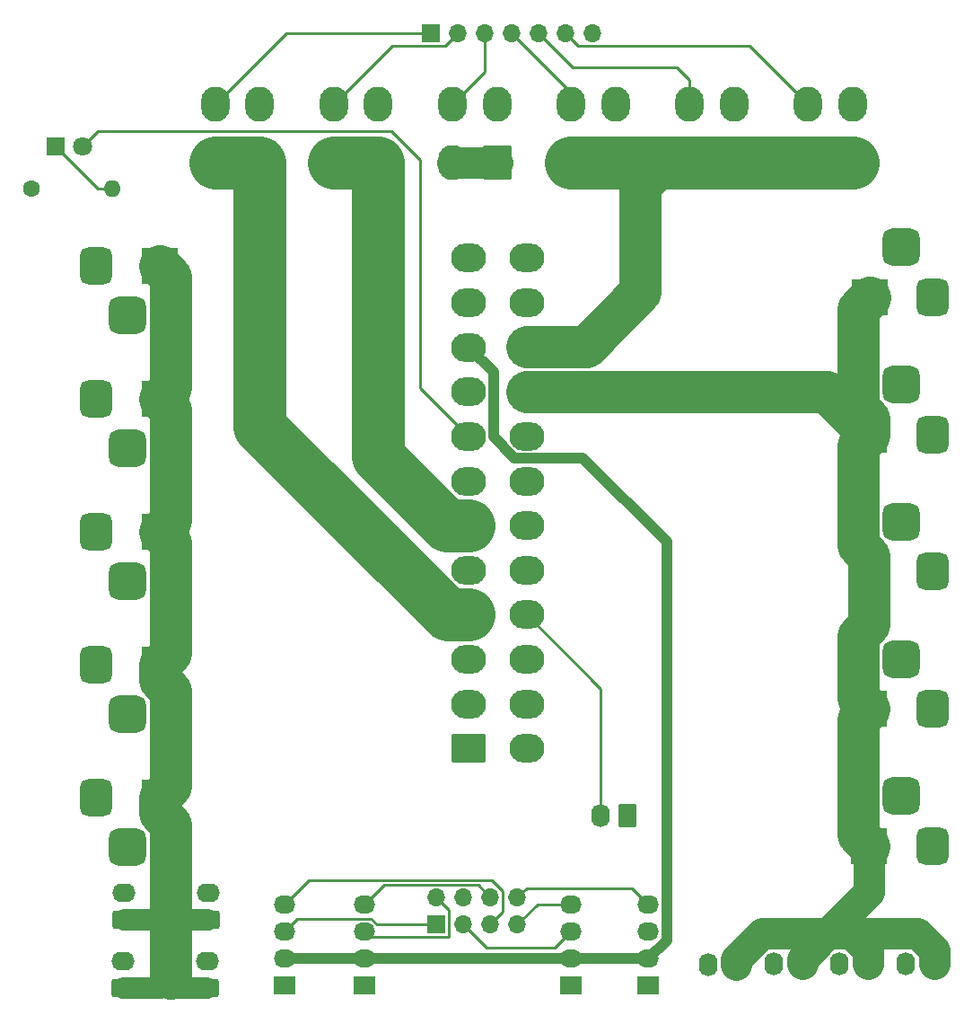
<source format=gbr>
%TF.GenerationSoftware,KiCad,Pcbnew,(6.0.9)*%
%TF.CreationDate,2023-01-10T01:38:09-09:00*%
%TF.ProjectId,ABSIS_Power Distribution Unit,41425349-535f-4506-9f77-657220446973,rev?*%
%TF.SameCoordinates,Original*%
%TF.FileFunction,Copper,L1,Top*%
%TF.FilePolarity,Positive*%
%FSLAX46Y46*%
G04 Gerber Fmt 4.6, Leading zero omitted, Abs format (unit mm)*
G04 Created by KiCad (PCBNEW (6.0.9)) date 2023-01-10 01:38:09*
%MOMM*%
%LPD*%
G01*
G04 APERTURE LIST*
G04 Aperture macros list*
%AMRoundRect*
0 Rectangle with rounded corners*
0 $1 Rounding radius*
0 $2 $3 $4 $5 $6 $7 $8 $9 X,Y pos of 4 corners*
0 Add a 4 corners polygon primitive as box body*
4,1,4,$2,$3,$4,$5,$6,$7,$8,$9,$2,$3,0*
0 Add four circle primitives for the rounded corners*
1,1,$1+$1,$2,$3*
1,1,$1+$1,$4,$5*
1,1,$1+$1,$6,$7*
1,1,$1+$1,$8,$9*
0 Add four rect primitives between the rounded corners*
20,1,$1+$1,$2,$3,$4,$5,0*
20,1,$1+$1,$4,$5,$6,$7,0*
20,1,$1+$1,$6,$7,$8,$9,0*
20,1,$1+$1,$8,$9,$2,$3,0*%
G04 Aperture macros list end*
%TA.AperFunction,ComponentPad*%
%ADD10R,3.500000X3.500000*%
%TD*%
%TA.AperFunction,ComponentPad*%
%ADD11RoundRect,0.750000X0.750000X1.000000X-0.750000X1.000000X-0.750000X-1.000000X0.750000X-1.000000X0*%
%TD*%
%TA.AperFunction,ComponentPad*%
%ADD12RoundRect,0.875000X0.875000X0.875000X-0.875000X0.875000X-0.875000X-0.875000X0.875000X-0.875000X0*%
%TD*%
%TA.AperFunction,ComponentPad*%
%ADD13RoundRect,0.750000X-0.750000X-1.000000X0.750000X-1.000000X0.750000X1.000000X-0.750000X1.000000X0*%
%TD*%
%TA.AperFunction,ComponentPad*%
%ADD14RoundRect,0.875000X-0.875000X-0.875000X0.875000X-0.875000X0.875000X0.875000X-0.875000X0.875000X0*%
%TD*%
%TA.AperFunction,ComponentPad*%
%ADD15RoundRect,0.250001X1.099999X1.399999X-1.099999X1.399999X-1.099999X-1.399999X1.099999X-1.399999X0*%
%TD*%
%TA.AperFunction,ComponentPad*%
%ADD16O,2.700000X3.300000*%
%TD*%
%TA.AperFunction,ComponentPad*%
%ADD17R,2.030000X1.730000*%
%TD*%
%TA.AperFunction,ComponentPad*%
%ADD18O,2.030000X1.730000*%
%TD*%
%TA.AperFunction,ComponentPad*%
%ADD19RoundRect,0.250000X0.620000X0.845000X-0.620000X0.845000X-0.620000X-0.845000X0.620000X-0.845000X0*%
%TD*%
%TA.AperFunction,ComponentPad*%
%ADD20O,1.740000X2.190000*%
%TD*%
%TA.AperFunction,ComponentPad*%
%ADD21RoundRect,0.250001X1.399999X-1.099999X1.399999X1.099999X-1.399999X1.099999X-1.399999X-1.099999X0*%
%TD*%
%TA.AperFunction,ComponentPad*%
%ADD22O,3.300000X2.700000*%
%TD*%
%TA.AperFunction,ComponentPad*%
%ADD23R,1.700000X1.700000*%
%TD*%
%TA.AperFunction,ComponentPad*%
%ADD24O,1.700000X1.700000*%
%TD*%
%TA.AperFunction,ComponentPad*%
%ADD25RoundRect,0.250000X0.845000X-0.620000X0.845000X0.620000X-0.845000X0.620000X-0.845000X-0.620000X0*%
%TD*%
%TA.AperFunction,ComponentPad*%
%ADD26O,2.190000X1.740000*%
%TD*%
%TA.AperFunction,ComponentPad*%
%ADD27R,1.800000X1.800000*%
%TD*%
%TA.AperFunction,ComponentPad*%
%ADD28C,1.800000*%
%TD*%
%TA.AperFunction,ComponentPad*%
%ADD29C,1.600000*%
%TD*%
%TA.AperFunction,ComponentPad*%
%ADD30O,1.600000X1.600000*%
%TD*%
%TA.AperFunction,Conductor*%
%ADD31C,0.250000*%
%TD*%
%TA.AperFunction,Conductor*%
%ADD32C,5.000000*%
%TD*%
%TA.AperFunction,Conductor*%
%ADD33C,3.000000*%
%TD*%
%TA.AperFunction,Conductor*%
%ADD34C,4.000000*%
%TD*%
%TA.AperFunction,Conductor*%
%ADD35C,2.000000*%
%TD*%
%TA.AperFunction,Conductor*%
%ADD36C,1.000000*%
%TD*%
G04 APERTURE END LIST*
D10*
%TO.P,J16,1*%
%TO.N,/5VSOCKETS+*%
X81000000Y-27100000D03*
D11*
%TO.P,J16,2*%
%TO.N,/LEDGND*%
X87000000Y-27100000D03*
D12*
%TO.P,J16,3*%
%TO.N,N/C*%
X84000000Y-22400000D03*
%TD*%
D10*
%TO.P,J17,1*%
%TO.N,/5VSOCKETS+*%
X80975200Y-40028800D03*
D11*
%TO.P,J17,2*%
%TO.N,/LEDGND*%
X86975200Y-40028800D03*
D12*
%TO.P,J17,3*%
%TO.N,N/C*%
X83975200Y-35328800D03*
%TD*%
D10*
%TO.P,J18,1*%
%TO.N,/5VSOCKETS+*%
X80975200Y-52957600D03*
D11*
%TO.P,J18,2*%
%TO.N,/LEDGND*%
X86975200Y-52957600D03*
D12*
%TO.P,J18,3*%
%TO.N,N/C*%
X83975200Y-48257600D03*
%TD*%
D10*
%TO.P,J19,1*%
%TO.N,/5VSOCKETS+*%
X80975200Y-65886400D03*
D11*
%TO.P,J19,2*%
%TO.N,/LEDGND*%
X86975200Y-65886400D03*
D12*
%TO.P,J19,3*%
%TO.N,N/C*%
X83975200Y-61186400D03*
%TD*%
D10*
%TO.P,J21,1*%
%TO.N,/12VSOCKETS+*%
X14023600Y-24100000D03*
D13*
%TO.P,J21,2*%
%TO.N,/LEDGND*%
X8023600Y-24100000D03*
D14*
%TO.P,J21,3*%
%TO.N,N/C*%
X11023600Y-28800000D03*
%TD*%
D10*
%TO.P,J22,1*%
%TO.N,/12VSOCKETS+*%
X14023600Y-36635800D03*
D13*
%TO.P,J22,2*%
%TO.N,/LEDGND*%
X8023600Y-36635800D03*
D14*
%TO.P,J22,3*%
%TO.N,N/C*%
X11023600Y-41335800D03*
%TD*%
D10*
%TO.P,J23,1*%
%TO.N,/12VSOCKETS+*%
X14023600Y-49171600D03*
D13*
%TO.P,J23,2*%
%TO.N,/LEDGND*%
X8023600Y-49171600D03*
D14*
%TO.P,J23,3*%
%TO.N,N/C*%
X11023600Y-53871600D03*
%TD*%
D10*
%TO.P,J24,1*%
%TO.N,/12VSOCKETS+*%
X14023600Y-61707400D03*
D13*
%TO.P,J24,2*%
%TO.N,/LEDGND*%
X8023600Y-61707400D03*
D14*
%TO.P,J24,3*%
%TO.N,N/C*%
X11023600Y-66407400D03*
%TD*%
D10*
%TO.P,J20,1*%
%TO.N,/5VSOCKETS+*%
X80975200Y-78815200D03*
D11*
%TO.P,J20,2*%
%TO.N,/LEDGND*%
X86975200Y-78815200D03*
D12*
%TO.P,J20,3*%
%TO.N,N/C*%
X83975200Y-74115200D03*
%TD*%
D10*
%TO.P,J25,1*%
%TO.N,/12VSOCKETS+*%
X14023600Y-74243200D03*
D13*
%TO.P,J25,2*%
%TO.N,/LEDGND*%
X8023600Y-74243200D03*
D14*
%TO.P,J25,3*%
%TO.N,N/C*%
X11023600Y-78943200D03*
%TD*%
D15*
%TO.P,J1,1*%
%TO.N,/LED5V1*%
X23500000Y-14400000D03*
D16*
%TO.P,J1,2*%
X19300000Y-14400000D03*
%TO.P,J1,3*%
%TO.N,/LEDGND*%
X23500000Y-8900000D03*
%TO.P,J1,4*%
%TO.N,/LEDDATA1*%
X19300000Y-8900000D03*
%TD*%
D15*
%TO.P,J2,1*%
%TO.N,/LED5V2*%
X34680000Y-14400000D03*
D16*
%TO.P,J2,2*%
X30480000Y-14400000D03*
%TO.P,J2,3*%
%TO.N,/LEDGND*%
X34680000Y-8900000D03*
%TO.P,J2,4*%
%TO.N,/LEDDATA2*%
X30480000Y-8900000D03*
%TD*%
D15*
%TO.P,J3,1*%
%TO.N,/LED5V3*%
X45860000Y-14400000D03*
D16*
%TO.P,J3,2*%
X41660000Y-14400000D03*
%TO.P,J3,3*%
%TO.N,/LEDGND*%
X45860000Y-8900000D03*
%TO.P,J3,4*%
%TO.N,/LEDDATA3*%
X41660000Y-8900000D03*
%TD*%
D15*
%TO.P,J4,1*%
%TO.N,/LED5V4*%
X57040000Y-14400000D03*
D16*
%TO.P,J4,2*%
X52840000Y-14400000D03*
%TO.P,J4,3*%
%TO.N,/LEDGND*%
X57040000Y-8900000D03*
%TO.P,J4,4*%
%TO.N,/LEDDATA4*%
X52840000Y-8900000D03*
%TD*%
D15*
%TO.P,J5,1*%
%TO.N,/LED5V4*%
X68220000Y-14400000D03*
D16*
%TO.P,J5,2*%
X64020000Y-14400000D03*
%TO.P,J5,3*%
%TO.N,/LEDGND*%
X68220000Y-8900000D03*
%TO.P,J5,4*%
%TO.N,/LEDDATA5*%
X64020000Y-8900000D03*
%TD*%
D15*
%TO.P,J6,1*%
%TO.N,/LED5V4*%
X79400000Y-14400000D03*
D16*
%TO.P,J6,2*%
X75200000Y-14400000D03*
%TO.P,J6,3*%
%TO.N,/LEDGND*%
X79400000Y-8900000D03*
%TO.P,J6,4*%
%TO.N,/LEDDATA6*%
X75200000Y-8900000D03*
%TD*%
D17*
%TO.P,J8,1*%
%TO.N,/LEDGND*%
X25806400Y-91948000D03*
D18*
%TO.P,J8,2*%
%TO.N,/FAN+*%
X25806400Y-89408000D03*
%TO.P,J8,3*%
%TO.N,Net-(J26-Pad1)*%
X25806400Y-86868000D03*
%TO.P,J8,4*%
%TO.N,Net-(J26-Pad5)*%
X25806400Y-84328000D03*
%TD*%
D17*
%TO.P,J9,1*%
%TO.N,/LEDGND*%
X33358700Y-91948000D03*
D18*
%TO.P,J9,2*%
%TO.N,/FAN+*%
X33358700Y-89408000D03*
%TO.P,J9,3*%
%TO.N,Net-(J26-Pad2)*%
X33358700Y-86868000D03*
%TO.P,J9,4*%
%TO.N,Net-(J26-Pad6)*%
X33358700Y-84328000D03*
%TD*%
D17*
%TO.P,J10,1*%
%TO.N,/LEDGND*%
X52882800Y-91948000D03*
D18*
%TO.P,J10,2*%
%TO.N,/FAN+*%
X52882800Y-89408000D03*
%TO.P,J10,3*%
%TO.N,Net-(J10-Pad3)*%
X52882800Y-86868000D03*
%TO.P,J10,4*%
%TO.N,Net-(J10-Pad4)*%
X52882800Y-84328000D03*
%TD*%
D17*
%TO.P,J11,1*%
%TO.N,/LEDGND*%
X60147200Y-91948000D03*
D18*
%TO.P,J11,2*%
%TO.N,/FAN+*%
X60147200Y-89408000D03*
%TO.P,J11,3*%
%TO.N,Net-(J11-Pad3)*%
X60147200Y-86868000D03*
%TO.P,J11,4*%
%TO.N,Net-(J11-Pad4)*%
X60147200Y-84328000D03*
%TD*%
D19*
%TO.P,J12,1*%
%TO.N,/5VSOCKETS+*%
X68326000Y-90017600D03*
D20*
%TO.P,J12,2*%
%TO.N,/LEDGND*%
X65786000Y-90017600D03*
%TD*%
D19*
%TO.P,J13,1*%
%TO.N,/5VSOCKETS+*%
X74523600Y-89966800D03*
D20*
%TO.P,J13,2*%
%TO.N,/LEDGND*%
X71983600Y-89966800D03*
%TD*%
D19*
%TO.P,J14,1*%
%TO.N,/5VSOCKETS+*%
X80721200Y-89966800D03*
D20*
%TO.P,J14,2*%
%TO.N,/LEDGND*%
X78181200Y-89966800D03*
%TD*%
D19*
%TO.P,J15,1*%
%TO.N,/5VSOCKETS+*%
X86969600Y-89966800D03*
D20*
%TO.P,J15,2*%
%TO.N,/LEDGND*%
X84429600Y-89966800D03*
%TD*%
D21*
%TO.P,J27,1*%
%TO.N,Net-(J27-Pad1)*%
X43180000Y-69618800D03*
D22*
%TO.P,J27,2*%
%TO.N,Net-(J27-Pad2)*%
X43180000Y-65418800D03*
%TO.P,J27,3*%
%TO.N,/LEDGND*%
X43180000Y-61218800D03*
%TO.P,J27,4*%
%TO.N,/LED5V1*%
X43180000Y-57018800D03*
%TO.P,J27,5*%
%TO.N,/LEDGND*%
X43180000Y-52818800D03*
%TO.P,J27,6*%
%TO.N,/LED5V2*%
X43180000Y-48618800D03*
%TO.P,J27,7*%
%TO.N,/LEDGND*%
X43180000Y-44418800D03*
%TO.P,J27,8*%
%TO.N,/PWRGOOD*%
X43180000Y-40218800D03*
%TO.P,J27,9*%
%TO.N,Net-(J27-Pad9)*%
X43180000Y-36018800D03*
%TO.P,J27,10*%
%TO.N,/FAN+*%
X43180000Y-31818800D03*
%TO.P,J27,11*%
%TO.N,/12VSOCKETS+*%
X43180000Y-27618800D03*
%TO.P,J27,12*%
%TO.N,Net-(J27-Pad12)*%
X43180000Y-23418800D03*
%TO.P,J27,13*%
%TO.N,Net-(J27-Pad13)*%
X48680000Y-69618800D03*
%TO.P,J27,14*%
%TO.N,Net-(J27-Pad14)*%
X48680000Y-65418800D03*
%TO.P,J27,15*%
%TO.N,/LEDGND*%
X48680000Y-61218800D03*
%TO.P,J27,16*%
%TO.N,/PSUSW*%
X48680000Y-57018800D03*
%TO.P,J27,17*%
%TO.N,/LEDGND*%
X48680000Y-52818800D03*
%TO.P,J27,18*%
X48680000Y-48618800D03*
%TO.P,J27,19*%
X48680000Y-44418800D03*
%TO.P,J27,20*%
%TO.N,Net-(J27-Pad20)*%
X48680000Y-40218800D03*
%TO.P,J27,21*%
%TO.N,/5VSOCKETS+*%
X48680000Y-36018800D03*
%TO.P,J27,22*%
%TO.N,/LED5V4*%
X48680000Y-31818800D03*
%TO.P,J27,23*%
%TO.N,/LED5V3*%
X48680000Y-27618800D03*
%TO.P,J27,24*%
%TO.N,/LEDGND*%
X48680000Y-23418800D03*
%TD*%
D23*
%TO.P,J26,1*%
%TO.N,Net-(J26-Pad1)*%
X40182800Y-86207600D03*
D24*
%TO.P,J26,2*%
%TO.N,Net-(J26-Pad2)*%
X40182800Y-83667600D03*
%TO.P,J26,3*%
%TO.N,Net-(J10-Pad3)*%
X42722800Y-86207600D03*
%TO.P,J26,4*%
%TO.N,Net-(J11-Pad3)*%
X42722800Y-83667600D03*
%TO.P,J26,5*%
%TO.N,Net-(J26-Pad5)*%
X45262800Y-86207600D03*
%TO.P,J26,6*%
%TO.N,Net-(J26-Pad6)*%
X45262800Y-83667600D03*
%TO.P,J26,7*%
%TO.N,Net-(J10-Pad4)*%
X47802800Y-86207600D03*
%TO.P,J26,8*%
%TO.N,Net-(J11-Pad4)*%
X47802800Y-83667600D03*
%TD*%
D25*
%TO.P,J28,1*%
%TO.N,/12VSOCKETS+*%
X18643600Y-85750400D03*
D26*
%TO.P,J28,2*%
%TO.N,/LEDGND*%
X18643600Y-83210400D03*
%TD*%
D25*
%TO.P,J29,1*%
%TO.N,/12VSOCKETS+*%
X18592800Y-92252800D03*
D26*
%TO.P,J29,2*%
%TO.N,/LEDGND*%
X18592800Y-89712800D03*
%TD*%
D25*
%TO.P,J30,1*%
%TO.N,/12VSOCKETS+*%
X10668000Y-85750400D03*
D26*
%TO.P,J30,2*%
%TO.N,/LEDGND*%
X10668000Y-83210400D03*
%TD*%
D25*
%TO.P,J31,1*%
%TO.N,/12VSOCKETS+*%
X10617200Y-92252800D03*
D26*
%TO.P,J31,2*%
%TO.N,/LEDGND*%
X10617200Y-89712800D03*
%TD*%
D19*
%TO.P,J32,1*%
%TO.N,/LEDGND*%
X58216800Y-75996800D03*
D20*
%TO.P,J32,2*%
%TO.N,/PSUSW*%
X55676800Y-75996800D03*
%TD*%
D23*
%TO.P,J7,1*%
%TO.N,/LEDDATA1*%
X39640000Y-2200000D03*
D24*
%TO.P,J7,2*%
%TO.N,/LEDDATA2*%
X42180000Y-2200000D03*
%TO.P,J7,3*%
%TO.N,/LEDDATA3*%
X44720000Y-2200000D03*
%TO.P,J7,4*%
%TO.N,/LEDDATA4*%
X47260000Y-2200000D03*
%TO.P,J7,5*%
%TO.N,/LEDDATA5*%
X49800000Y-2200000D03*
%TO.P,J7,6*%
%TO.N,/LEDDATA6*%
X52340000Y-2200000D03*
%TO.P,J7,7*%
%TO.N,/LEDGND*%
X54880000Y-2200000D03*
%TD*%
D27*
%TO.P,PSU OK,1*%
%TO.N,Net-(D1-Pad1)*%
X4260000Y-12900000D03*
D28*
%TO.P,PSU OK,2*%
%TO.N,/PWRGOOD*%
X6800000Y-12900000D03*
%TD*%
D29*
%TO.P,R1,1*%
%TO.N,/LEDGND*%
X1980000Y-16900000D03*
D30*
%TO.P,R1,2*%
%TO.N,Net-(D1-Pad1)*%
X9600000Y-16900000D03*
%TD*%
D31*
%TO.N,Net-(J10-Pad4)*%
X47802800Y-86207600D02*
X49682400Y-84328000D01*
X49682400Y-84328000D02*
X52882800Y-84328000D01*
%TO.N,Net-(J10-Pad3)*%
X44915200Y-88400000D02*
X51350800Y-88400000D01*
X51350800Y-88400000D02*
X52882800Y-86868000D01*
X42722800Y-86207600D02*
X44915200Y-88400000D01*
%TO.N,Net-(J11-Pad4)*%
X48652799Y-82817601D02*
X58636801Y-82817601D01*
X47802800Y-83667600D02*
X48652799Y-82817601D01*
X58636801Y-82817601D02*
X60147200Y-84328000D01*
%TO.N,Net-(J26-Pad5)*%
X46437801Y-83103599D02*
X46437801Y-85032599D01*
X45376792Y-82042590D02*
X46437801Y-83103599D01*
X46437801Y-85032599D02*
X45262800Y-86207600D01*
X25806400Y-84328000D02*
X28091810Y-82042590D01*
X28091810Y-82042590D02*
X45376792Y-82042590D01*
%TO.N,Net-(J26-Pad1)*%
X34001618Y-85677990D02*
X26996410Y-85677990D01*
X26996410Y-85677990D02*
X25806400Y-86868000D01*
X34531228Y-86207600D02*
X34001618Y-85677990D01*
X40182800Y-86207600D02*
X34531228Y-86207600D01*
%TO.N,Net-(J26-Pad6)*%
X44087799Y-82492599D02*
X45262800Y-83667600D01*
X35194101Y-82492599D02*
X44087799Y-82492599D01*
X33358700Y-84328000D02*
X35194101Y-82492599D01*
%TO.N,Net-(J26-Pad2)*%
X41292801Y-87382601D02*
X33873301Y-87382601D01*
X41357801Y-84842601D02*
X41357801Y-87317601D01*
X33873301Y-87382601D02*
X33358700Y-86868000D01*
X40182800Y-83667600D02*
X41357801Y-84842601D01*
X41357801Y-87317601D02*
X41292801Y-87382601D01*
D32*
%TO.N,/LED5V1*%
X19300000Y-14400000D02*
X23500000Y-14400000D01*
X41211000Y-57018800D02*
X43180000Y-57018800D01*
X23500000Y-14400000D02*
X23500000Y-39307800D01*
X23500000Y-39307800D02*
X41211000Y-57018800D01*
%TO.N,/LED5V2*%
X34680000Y-42087800D02*
X34680000Y-14400000D01*
X41161010Y-48568810D02*
X34680000Y-42087800D01*
X43180000Y-48618800D02*
X43180000Y-48580000D01*
X43168810Y-48568810D02*
X41161010Y-48568810D01*
X43180000Y-48580000D02*
X43168810Y-48568810D01*
X34680000Y-14400000D02*
X30480000Y-14400000D01*
D33*
%TO.N,/LED5V3*%
X41660000Y-14400000D02*
X45860000Y-14400000D01*
D34*
%TO.N,/LED5V4*%
X59400000Y-26600000D02*
X54281210Y-31718790D01*
D32*
X75200000Y-14400000D02*
X68220000Y-14400000D01*
X79400000Y-14400000D02*
X75200000Y-14400000D01*
D34*
X54281210Y-31718790D02*
X48680000Y-31718790D01*
X61500000Y-14400000D02*
X59400000Y-16500000D01*
D32*
X64020000Y-14400000D02*
X68220000Y-14400000D01*
D34*
X59400000Y-16500000D02*
X59400000Y-26600000D01*
D32*
X64020000Y-14400000D02*
X61500000Y-14400000D01*
X61500000Y-14400000D02*
X57040000Y-14400000D01*
X52840000Y-14400000D02*
X57040000Y-14400000D01*
D33*
%TO.N,/5VSOCKETS+*%
X87099610Y-88635846D02*
X87099610Y-89966800D01*
D34*
X80975200Y-52957600D02*
X80975200Y-51497744D01*
D33*
X76371790Y-87071790D02*
X79287154Y-87071790D01*
X79287154Y-87071790D02*
X80851210Y-88635846D01*
X80975200Y-78815200D02*
X80975200Y-83171836D01*
X76723518Y-87423518D02*
X74653610Y-89493426D01*
X76371790Y-87071790D02*
X70877646Y-87071790D01*
X79287154Y-87071790D02*
X85535554Y-87071790D01*
D34*
X79925190Y-66936410D02*
X80975200Y-65886400D01*
X79925190Y-50447734D02*
X79925190Y-41078810D01*
D33*
X70877646Y-87071790D02*
X68456010Y-89493426D01*
D34*
X80975200Y-38568944D02*
X79925190Y-37518934D01*
X48680000Y-36018800D02*
X76965200Y-36018800D01*
X79925190Y-41078810D02*
X80975200Y-40028800D01*
X80975200Y-57946256D02*
X79925190Y-58996266D01*
X80975200Y-40028800D02*
X80975200Y-38568944D01*
X76965200Y-36018800D02*
X80975200Y-40028800D01*
D33*
X76723518Y-87423518D02*
X76371790Y-87071790D01*
D34*
X79925190Y-64836390D02*
X80975200Y-65886400D01*
D33*
X85535554Y-87071790D02*
X87099610Y-88635846D01*
D34*
X80975200Y-78815200D02*
X79925190Y-77765190D01*
X79925190Y-77765190D02*
X79925190Y-66936410D01*
D33*
X80851210Y-88635846D02*
X80851210Y-89966800D01*
D34*
X79925190Y-58996266D02*
X79925190Y-64836390D01*
X80975200Y-52957600D02*
X80975200Y-57946256D01*
X79925190Y-28174810D02*
X81000000Y-27100000D01*
D33*
X74653610Y-89493426D02*
X74653610Y-89966800D01*
X68456010Y-89493426D02*
X68456010Y-90017600D01*
D34*
X80975200Y-51497744D02*
X79925190Y-50447734D01*
D33*
X80975200Y-83171836D02*
X76723518Y-87423518D01*
D34*
X79925190Y-37518934D02*
X79925190Y-28174810D01*
%TO.N,/12VSOCKETS+*%
X15073610Y-25150010D02*
X15073610Y-27826390D01*
D35*
X10668000Y-85750400D02*
X13649600Y-85750400D01*
D34*
X15073610Y-64217266D02*
X15073610Y-73193190D01*
X15073610Y-37685810D02*
X15073610Y-48121590D01*
X14023600Y-75703056D02*
X15100000Y-76779456D01*
D35*
X18643600Y-85750400D02*
X16550400Y-85750400D01*
D34*
X14023600Y-36635800D02*
X15073610Y-37685810D01*
D35*
X15100000Y-91300000D02*
X16052800Y-92252800D01*
X16550400Y-85750400D02*
X15100000Y-84300000D01*
D34*
X15073610Y-50221610D02*
X15073610Y-60657390D01*
X14023600Y-49171600D02*
X15073610Y-50221610D01*
X14023600Y-61707400D02*
X14023600Y-63167256D01*
X15100000Y-84300000D02*
X15100000Y-91300000D01*
X15100000Y-76779456D02*
X15100000Y-84300000D01*
X14023600Y-74243200D02*
X14023600Y-75703056D01*
D35*
X13649600Y-85750400D02*
X15100000Y-84300000D01*
D34*
X14023600Y-63167256D02*
X15073610Y-64217266D01*
X15073610Y-35585790D02*
X14023600Y-36635800D01*
D35*
X16052800Y-92252800D02*
X18592800Y-92252800D01*
X15100000Y-91300000D02*
X14147200Y-92252800D01*
D34*
X14023600Y-24100000D02*
X15073610Y-25150010D01*
X15073610Y-48121590D02*
X14023600Y-49171600D01*
D35*
X14147200Y-92252800D02*
X10617200Y-92252800D01*
D34*
X15073610Y-60657390D02*
X14023600Y-61707400D01*
X15073610Y-27826390D02*
X15073610Y-35585790D01*
X15073610Y-73193190D02*
X14023600Y-74243200D01*
D36*
%TO.N,/FAN+*%
X33358700Y-89408000D02*
X52882800Y-89408000D01*
X45530010Y-40267961D02*
X45530010Y-34168810D01*
X61862210Y-50160457D02*
X53970563Y-42268810D01*
X47530859Y-42268810D02*
X45530010Y-40267961D01*
X33358700Y-89408000D02*
X25806400Y-89408000D01*
X60147200Y-89408000D02*
X61862210Y-87692990D01*
X61862210Y-87692990D02*
X61862210Y-50160457D01*
X60147200Y-89408000D02*
X52882800Y-89408000D01*
X45530010Y-34168810D02*
X43180000Y-31818800D01*
X53970563Y-42268810D02*
X47530859Y-42268810D01*
D31*
%TO.N,Net-(D1-Pad1)*%
X4260000Y-12900000D02*
X8260000Y-16900000D01*
X8260000Y-16900000D02*
X9600000Y-16900000D01*
%TO.N,/LEDDATA1*%
X39640000Y-2200000D02*
X26000000Y-2200000D01*
X26000000Y-2200000D02*
X19300000Y-8900000D01*
%TO.N,/LEDDATA2*%
X36004999Y-3375001D02*
X41004999Y-3375001D01*
X30480000Y-8900000D02*
X36004999Y-3375001D01*
X41004999Y-3375001D02*
X42180000Y-2200000D01*
%TO.N,/LEDDATA3*%
X44720000Y-5840000D02*
X41660000Y-8900000D01*
X44720000Y-2200000D02*
X44720000Y-5840000D01*
%TO.N,/LEDDATA4*%
X47260000Y-2200000D02*
X52840000Y-7780000D01*
X52840000Y-7780000D02*
X52840000Y-8900000D01*
%TO.N,/LEDDATA5*%
X53000000Y-5400000D02*
X49800000Y-2200000D01*
X64020000Y-8900000D02*
X64020000Y-6620000D01*
X62800000Y-5400000D02*
X53000000Y-5400000D01*
X64020000Y-6620000D02*
X62800000Y-5400000D01*
%TO.N,/LEDDATA6*%
X53515001Y-3375001D02*
X69675001Y-3375001D01*
X52340000Y-2200000D02*
X53515001Y-3375001D01*
X69675001Y-3375001D02*
X75200000Y-8900000D01*
%TO.N,/PWRGOOD*%
X8225010Y-11474990D02*
X35891578Y-11474990D01*
X35891578Y-11474990D02*
X38600000Y-14183412D01*
X6800000Y-12900000D02*
X8225010Y-11474990D01*
X38600000Y-14183412D02*
X38600000Y-35638800D01*
X38600000Y-35638800D02*
X43180000Y-40218800D01*
%TO.N,/PSUSW*%
X55676800Y-64015600D02*
X55676800Y-75996800D01*
X48680000Y-57018800D02*
X55676800Y-64015600D01*
%TD*%
M02*

</source>
